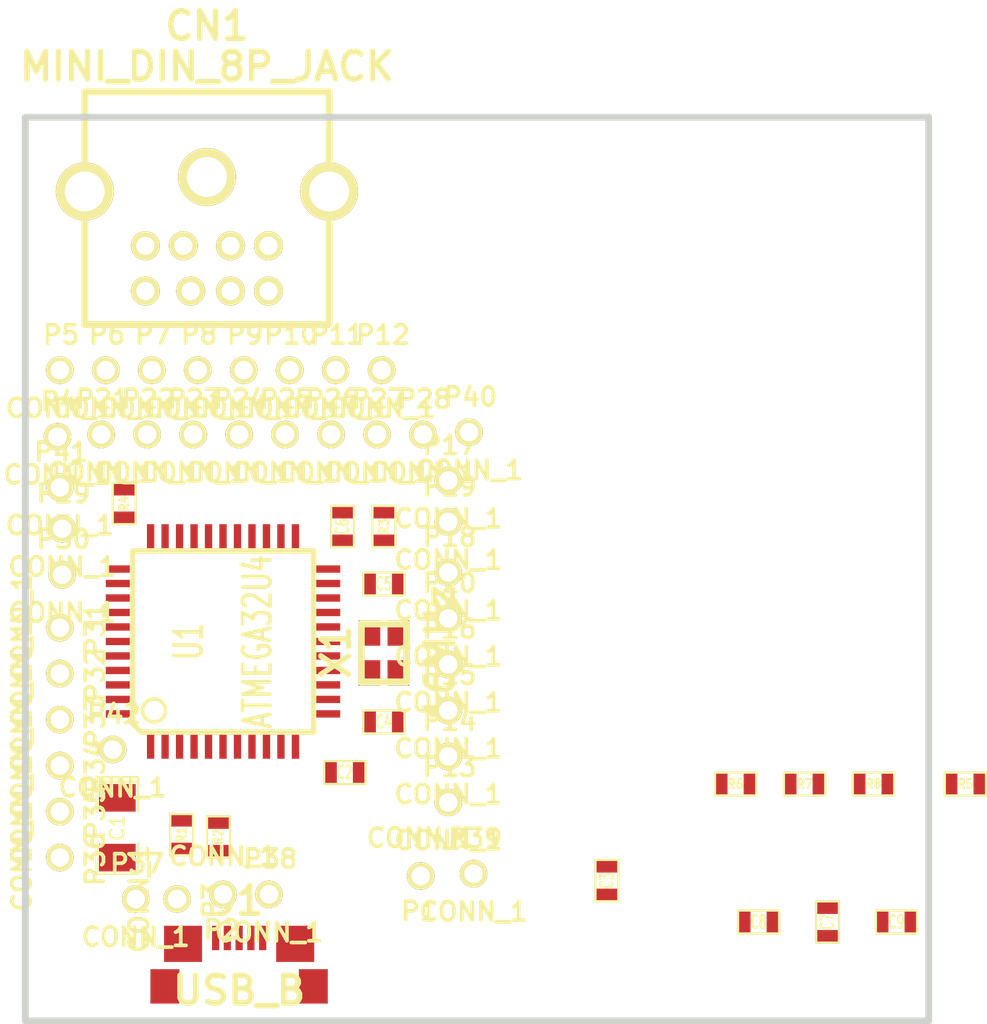
<source format=kicad_pcb>
(kicad_pcb (version 3) (host pcbnew "(2012-nov-02)-testing")

  (general
    (links 89)
    (no_connects 89)
    (area 59.626499 124.269499 109.918501 174.561501)
    (thickness 1.6002)
    (drawings 4)
    (tracks 0)
    (zones 0)
    (modules 63)
    (nets 46)
  )

  (page A4)
  (title_block 
    (title "Keyboard Converter")
    (rev 1)
  )

  (layers
    (15 Front signal)
    (0 Back signal)
    (16 B.Adhes user)
    (17 F.Adhes user)
    (18 B.Paste user)
    (19 F.Paste user)
    (20 B.SilkS user)
    (21 F.SilkS user)
    (22 B.Mask user)
    (23 F.Mask user)
    (24 Dwgs.User user)
    (25 Cmts.User user)
    (26 Eco1.User user)
    (27 Eco2.User user)
    (28 Edge.Cuts user)
  )

  (setup
    (last_trace_width 0.2032)
    (trace_clearance 0.254)
    (zone_clearance 0.508)
    (zone_45_only no)
    (trace_min 0.2032)
    (segment_width 0.381)
    (edge_width 0.381)
    (via_size 0.889)
    (via_drill 0.635)
    (via_min_size 0.889)
    (via_min_drill 0.508)
    (uvia_size 0.508)
    (uvia_drill 0.127)
    (uvias_allowed no)
    (uvia_min_size 0.508)
    (uvia_min_drill 0.127)
    (pcb_text_width 0.3048)
    (pcb_text_size 1.524 2.032)
    (mod_edge_width 0.381)
    (mod_text_size 1.524 1.524)
    (mod_text_width 0.3048)
    (pad_size 1.524 0.4064)
    (pad_drill 0)
    (pad_to_mask_clearance 0.254)
    (aux_axis_origin 0 0)
    (visible_elements FFFF7FFD)
    (pcbplotparams
      (layerselection 3178497)
      (usegerberextensions true)
      (excludeedgelayer true)
      (linewidth 60)
      (plotframeref false)
      (viasonmask false)
      (mode 1)
      (useauxorigin false)
      (hpglpennumber 1)
      (hpglpenspeed 20)
      (hpglpendiameter 15)
      (hpglpenoverlay 0)
      (psnegative false)
      (psa4output false)
      (plotreference true)
      (plotvalue true)
      (plotothertext true)
      (plotinvisibletext false)
      (padsonsilk false)
      (subtractmaskfromsilk false)
      (outputformat 1)
      (mirror false)
      (drillshape 1)
      (scaleselection 1)
      (outputdirectory ""))
  )

  (net 0 "")
  (net 1 +5V)
  (net 2 /AREF)
  (net 3 /D+)
  (net 4 /D-)
  (net 5 /DIN1)
  (net 6 /DIN2)
  (net 7 /DIN3)
  (net 8 /DIN4)
  (net 9 /DIN5)
  (net 10 /DIN6)
  (net 11 /DIN7)
  (net 12 /DIN8)
  (net 13 /PB0)
  (net 14 /PB1)
  (net 15 /PB2)
  (net 16 /PB3)
  (net 17 /PB4)
  (net 18 /PB5)
  (net 19 /PB6)
  (net 20 /PB7)
  (net 21 /PC6)
  (net 22 /PC7)
  (net 23 /PD0)
  (net 24 /PD1)
  (net 25 /PD2)
  (net 26 /PD3)
  (net 27 /PD4)
  (net 28 /PD5)
  (net 29 /PD6)
  (net 30 /PD7)
  (net 31 /PE6)
  (net 32 /PF0)
  (net 33 /PF1)
  (net 34 /PF4)
  (net 35 /PF5)
  (net 36 /PF6)
  (net 37 /PF7)
  (net 38 /~RESET)
  (net 39 GND)
  (net 40 N-0000027)
  (net 41 N-0000028)
  (net 42 N-0000029)
  (net 43 N-0000035)
  (net 44 N-0000039)
  (net 45 N-0000040)

  (net_class Default "This is the default net class."
    (clearance 0.254)
    (trace_width 0.2032)
    (via_dia 0.889)
    (via_drill 0.635)
    (uvia_dia 0.508)
    (uvia_drill 0.127)
    (add_net "")
    (add_net +5V)
    (add_net /AREF)
    (add_net /D+)
    (add_net /D-)
    (add_net /DIN1)
    (add_net /DIN2)
    (add_net /DIN3)
    (add_net /DIN4)
    (add_net /DIN5)
    (add_net /DIN6)
    (add_net /DIN7)
    (add_net /DIN8)
    (add_net /PB0)
    (add_net /PB1)
    (add_net /PB2)
    (add_net /PB3)
    (add_net /PB4)
    (add_net /PB5)
    (add_net /PB6)
    (add_net /PB7)
    (add_net /PC6)
    (add_net /PC7)
    (add_net /PD0)
    (add_net /PD1)
    (add_net /PD2)
    (add_net /PD3)
    (add_net /PD4)
    (add_net /PD5)
    (add_net /PD6)
    (add_net /PD7)
    (add_net /PE6)
    (add_net /PF0)
    (add_net /PF1)
    (add_net /PF4)
    (add_net /PF5)
    (add_net /PF6)
    (add_net /PF7)
    (add_net /~RESET)
    (add_net GND)
    (add_net N-0000027)
    (add_net N-0000028)
    (add_net N-0000029)
    (add_net N-0000035)
    (add_net N-0000039)
    (add_net N-0000040)
  )

  (net_class 25tho ""
    (clearance 0.381)
    (trace_width 0.635)
    (via_dia 0.889)
    (via_drill 0.635)
    (uvia_dia 0.508)
    (uvia_drill 0.127)
  )

  (net_class 50tho ""
    (clearance 0.381)
    (trace_width 1.27)
    (via_dia 0.889)
    (via_drill 0.635)
    (uvia_dia 0.508)
    (uvia_drill 0.127)
  )

  (module SM0603_Capa (layer Front) (tedit 455C3716) (tstamp 4ECB4696)
    (at 77.343 147.066 90)
    (path /4EB8BB4C)
    (attr smd)
    (fp_text reference C6 (at 0 0 90) (layer F.SilkS)
      (effects (font (size 0.7112 0.4572) (thickness 0.1143)))
    )
    (fp_text value 0.1u (at 0 0 90) (layer F.SilkS) hide
      (effects (font (size 0.7112 0.4572) (thickness 0.1143)))
    )
    (fp_line (start -1.143 -0.635) (end 1.143 -0.635) (layer F.SilkS) (width 0.127))
    (fp_line (start 1.143 -0.635) (end 1.143 0.635) (layer F.SilkS) (width 0.127))
    (fp_line (start 1.143 0.635) (end -1.143 0.635) (layer F.SilkS) (width 0.127))
    (fp_line (start -1.143 0.635) (end -1.143 -0.635) (layer F.SilkS) (width 0.127))
    (pad 1 smd rect (at -0.762 0 90) (size 0.635 1.143)
      (layers Front F.Paste F.Mask)
      (net 38 /~RESET)
    )
    (pad 2 smd rect (at 0.762 0 90) (size 0.635 1.143)
      (layers Front F.Paste F.Mask)
      (net 39 GND)
    )
    (model smd\capacitors\C0603.wrl
      (at (xyz 0 0 0.001))
      (scale (xyz 0.5 0.5 0.5))
      (rotate (xyz 0 0 0))
    )
  )

  (module SM0603_Capa (layer Front) (tedit 455C3716) (tstamp 4ECB4698)
    (at 79.629 150.241)
    (path /4EB8BB58)
    (attr smd)
    (fp_text reference C5 (at 0 0) (layer F.SilkS)
      (effects (font (size 0.7112 0.4572) (thickness 0.1143)))
    )
    (fp_text value 22p (at 0 0) (layer F.SilkS) hide
      (effects (font (size 0.7112 0.4572) (thickness 0.1143)))
    )
    (fp_line (start -1.143 -0.635) (end 1.143 -0.635) (layer F.SilkS) (width 0.127))
    (fp_line (start 1.143 -0.635) (end 1.143 0.635) (layer F.SilkS) (width 0.127))
    (fp_line (start 1.143 0.635) (end -1.143 0.635) (layer F.SilkS) (width 0.127))
    (fp_line (start -1.143 0.635) (end -1.143 -0.635) (layer F.SilkS) (width 0.127))
    (pad 1 smd rect (at -0.762 0) (size 0.635 1.143)
      (layers Front F.Paste F.Mask)
      (net 44 N-0000039)
    )
    (pad 2 smd rect (at 0.762 0) (size 0.635 1.143)
      (layers Front F.Paste F.Mask)
      (net 39 GND)
    )
    (model smd\capacitors\C0603.wrl
      (at (xyz 0 0 0.001))
      (scale (xyz 0.5 0.5 0.5))
      (rotate (xyz 0 0 0))
    )
  )

  (module SM0603_Capa (layer Front) (tedit 455C3716) (tstamp 4ECB469A)
    (at 79.629 157.861)
    (path /4EB8BB59)
    (attr smd)
    (fp_text reference C4 (at 0 0) (layer F.SilkS)
      (effects (font (size 0.7112 0.4572) (thickness 0.1143)))
    )
    (fp_text value 22p (at 0 0) (layer F.SilkS) hide
      (effects (font (size 0.7112 0.4572) (thickness 0.1143)))
    )
    (fp_line (start -1.143 -0.635) (end 1.143 -0.635) (layer F.SilkS) (width 0.127))
    (fp_line (start 1.143 -0.635) (end 1.143 0.635) (layer F.SilkS) (width 0.127))
    (fp_line (start 1.143 0.635) (end -1.143 0.635) (layer F.SilkS) (width 0.127))
    (fp_line (start -1.143 0.635) (end -1.143 -0.635) (layer F.SilkS) (width 0.127))
    (pad 1 smd rect (at -0.762 0) (size 0.635 1.143)
      (layers Front F.Paste F.Mask)
      (net 45 N-0000040)
    )
    (pad 2 smd rect (at 0.762 0) (size 0.635 1.143)
      (layers Front F.Paste F.Mask)
      (net 39 GND)
    )
    (model smd\capacitors\C0603.wrl
      (at (xyz 0 0 0.001))
      (scale (xyz 0.5 0.5 0.5))
      (rotate (xyz 0 0 0))
    )
  )

  (module SM0603_Capa (layer Front) (tedit 455C3716) (tstamp 4ECB469C)
    (at 107.95 168.91 180)
    (path /4EB8BB63)
    (attr smd)
    (fp_text reference C9 (at 0 0 180) (layer F.SilkS)
      (effects (font (size 0.7112 0.4572) (thickness 0.1143)))
    )
    (fp_text value 0.1u (at 0 0 180) (layer F.SilkS) hide
      (effects (font (size 0.7112 0.4572) (thickness 0.1143)))
    )
    (fp_line (start -1.143 -0.635) (end 1.143 -0.635) (layer F.SilkS) (width 0.127))
    (fp_line (start 1.143 -0.635) (end 1.143 0.635) (layer F.SilkS) (width 0.127))
    (fp_line (start 1.143 0.635) (end -1.143 0.635) (layer F.SilkS) (width 0.127))
    (fp_line (start -1.143 0.635) (end -1.143 -0.635) (layer F.SilkS) (width 0.127))
    (pad 1 smd rect (at -0.762 0 180) (size 0.635 1.143)
      (layers Front F.Paste F.Mask)
      (net 1 +5V)
    )
    (pad 2 smd rect (at 0.762 0 180) (size 0.635 1.143)
      (layers Front F.Paste F.Mask)
      (net 39 GND)
    )
    (model smd\capacitors\C0603.wrl
      (at (xyz 0 0 0.001))
      (scale (xyz 0.5 0.5 0.5))
      (rotate (xyz 0 0 0))
    )
  )

  (module SM0603_Capa (layer Front) (tedit 455C3716) (tstamp 4ECB469E)
    (at 104.14 168.91 90)
    (path /4EB8BB65)
    (attr smd)
    (fp_text reference C7 (at 0 0 90) (layer F.SilkS)
      (effects (font (size 0.7112 0.4572) (thickness 0.1143)))
    )
    (fp_text value 0.1u (at 0 0 90) (layer F.SilkS) hide
      (effects (font (size 0.7112 0.4572) (thickness 0.1143)))
    )
    (fp_line (start -1.143 -0.635) (end 1.143 -0.635) (layer F.SilkS) (width 0.127))
    (fp_line (start 1.143 -0.635) (end 1.143 0.635) (layer F.SilkS) (width 0.127))
    (fp_line (start 1.143 0.635) (end -1.143 0.635) (layer F.SilkS) (width 0.127))
    (fp_line (start -1.143 0.635) (end -1.143 -0.635) (layer F.SilkS) (width 0.127))
    (pad 1 smd rect (at -0.762 0 90) (size 0.635 1.143)
      (layers Front F.Paste F.Mask)
      (net 1 +5V)
    )
    (pad 2 smd rect (at 0.762 0 90) (size 0.635 1.143)
      (layers Front F.Paste F.Mask)
      (net 39 GND)
    )
    (model smd\capacitors\C0603.wrl
      (at (xyz 0 0 0.001))
      (scale (xyz 0.5 0.5 0.5))
      (rotate (xyz 0 0 0))
    )
  )

  (module SM0603_Capa (layer Front) (tedit 455C3716) (tstamp 4EE0CB86)
    (at 100.33 168.91)
    (path /4EB8BB64)
    (attr smd)
    (fp_text reference C8 (at 0 0) (layer F.SilkS)
      (effects (font (size 0.7112 0.4572) (thickness 0.1143)))
    )
    (fp_text value 0.1u (at 0 0) (layer F.SilkS) hide
      (effects (font (size 0.7112 0.4572) (thickness 0.1143)))
    )
    (fp_line (start -1.143 -0.635) (end 1.143 -0.635) (layer F.SilkS) (width 0.127))
    (fp_line (start 1.143 -0.635) (end 1.143 0.635) (layer F.SilkS) (width 0.127))
    (fp_line (start 1.143 0.635) (end -1.143 0.635) (layer F.SilkS) (width 0.127))
    (fp_line (start -1.143 0.635) (end -1.143 -0.635) (layer F.SilkS) (width 0.127))
    (pad 1 smd rect (at -0.762 0) (size 0.635 1.143)
      (layers Front F.Paste F.Mask)
      (net 1 +5V)
    )
    (pad 2 smd rect (at 0.762 0) (size 0.635 1.143)
      (layers Front F.Paste F.Mask)
      (net 39 GND)
    )
    (model smd\capacitors\C0603.wrl
      (at (xyz 0 0 0.001))
      (scale (xyz 0.5 0.5 0.5))
      (rotate (xyz 0 0 0))
    )
  )

  (module SM0603_Capa (layer Front) (tedit 455C3716) (tstamp 4ECB46A2)
    (at 77.47 160.655 180)
    (path /4EB8BB67)
    (attr smd)
    (fp_text reference C2 (at 0 0 180) (layer F.SilkS)
      (effects (font (size 0.7112 0.4572) (thickness 0.1143)))
    )
    (fp_text value 1u (at 0 0 180) (layer F.SilkS) hide
      (effects (font (size 0.7112 0.4572) (thickness 0.1143)))
    )
    (fp_line (start -1.143 -0.635) (end 1.143 -0.635) (layer F.SilkS) (width 0.127))
    (fp_line (start 1.143 -0.635) (end 1.143 0.635) (layer F.SilkS) (width 0.127))
    (fp_line (start 1.143 0.635) (end -1.143 0.635) (layer F.SilkS) (width 0.127))
    (fp_line (start -1.143 0.635) (end -1.143 -0.635) (layer F.SilkS) (width 0.127))
    (pad 1 smd rect (at -0.762 0 180) (size 0.635 1.143)
      (layers Front F.Paste F.Mask)
      (net 43 N-0000035)
    )
    (pad 2 smd rect (at 0.762 0 180) (size 0.635 1.143)
      (layers Front F.Paste F.Mask)
      (net 39 GND)
    )
    (model smd\capacitors\C0603.wrl
      (at (xyz 0 0 0.001))
      (scale (xyz 0.5 0.5 0.5))
      (rotate (xyz 0 0 0))
    )
  )

  (module SM0603_Capa (layer Front) (tedit 455C3716) (tstamp 4ECB46A4)
    (at 91.948 166.624 90)
    (path /4EB8BB57)
    (attr smd)
    (fp_text reference C3 (at 0 0 90) (layer F.SilkS)
      (effects (font (size 0.7112 0.4572) (thickness 0.1143)))
    )
    (fp_text value 0.1u (at 0 0 90) (layer F.SilkS) hide
      (effects (font (size 0.7112 0.4572) (thickness 0.1143)))
    )
    (fp_line (start -1.143 -0.635) (end 1.143 -0.635) (layer F.SilkS) (width 0.127))
    (fp_line (start 1.143 -0.635) (end 1.143 0.635) (layer F.SilkS) (width 0.127))
    (fp_line (start 1.143 0.635) (end -1.143 0.635) (layer F.SilkS) (width 0.127))
    (fp_line (start -1.143 0.635) (end -1.143 -0.635) (layer F.SilkS) (width 0.127))
    (pad 1 smd rect (at -0.762 0 90) (size 0.635 1.143)
      (layers Front F.Paste F.Mask)
      (net 1 +5V)
    )
    (pad 2 smd rect (at 0.762 0 90) (size 0.635 1.143)
      (layers Front F.Paste F.Mask)
      (net 39 GND)
    )
    (model smd\capacitors\C0603.wrl
      (at (xyz 0 0 0.001))
      (scale (xyz 0.5 0.5 0.5))
      (rotate (xyz 0 0 0))
    )
  )

  (module SM1206POL (layer Front) (tedit 42806E4C) (tstamp 4ECB46B0)
    (at 64.897 163.703 270)
    (path /4EB8BB66)
    (attr smd)
    (fp_text reference C1 (at 0 0 270) (layer F.SilkS)
      (effects (font (size 0.762 0.762) (thickness 0.127)))
    )
    (fp_text value 10u (at 0 0 270) (layer F.SilkS) hide
      (effects (font (size 0.762 0.762) (thickness 0.127)))
    )
    (fp_line (start -2.54 -1.143) (end -2.794 -1.143) (layer F.SilkS) (width 0.127))
    (fp_line (start -2.794 -1.143) (end -2.794 1.143) (layer F.SilkS) (width 0.127))
    (fp_line (start -2.794 1.143) (end -2.54 1.143) (layer F.SilkS) (width 0.127))
    (fp_line (start -2.54 -1.143) (end -2.54 1.143) (layer F.SilkS) (width 0.127))
    (fp_line (start -2.54 1.143) (end -0.889 1.143) (layer F.SilkS) (width 0.127))
    (fp_line (start 0.889 -1.143) (end 2.54 -1.143) (layer F.SilkS) (width 0.127))
    (fp_line (start 2.54 -1.143) (end 2.54 1.143) (layer F.SilkS) (width 0.127))
    (fp_line (start 2.54 1.143) (end 0.889 1.143) (layer F.SilkS) (width 0.127))
    (fp_line (start -0.889 -1.143) (end -2.54 -1.143) (layer F.SilkS) (width 0.127))
    (pad 1 smd rect (at -1.651 0 270) (size 1.524 2.032)
      (layers Front F.Paste F.Mask)
      (net 1 +5V)
    )
    (pad 2 smd rect (at 1.651 0 270) (size 1.524 2.032)
      (layers Front F.Paste F.Mask)
      (net 39 GND)
    )
    (model smd/chip_cms_pol.wrl
      (at (xyz 0 0 0))
      (scale (xyz 0.17 0.16 0.16))
      (rotate (xyz 0 0 0))
    )
  )

  (module TQFP44 (layer Front) (tedit 200000) (tstamp 4EE6246E)
    (at 70.739 153.416 90)
    (path /4EB8BB68)
    (attr smd)
    (fp_text reference U1 (at 0 -1.905 90) (layer F.SilkS)
      (effects (font (size 1.524 1.016) (thickness 0.2032)))
    )
    (fp_text value ATMEGA32U4 (at 0 1.905 90) (layer F.SilkS)
      (effects (font (size 1.524 1.016) (thickness 0.2032)))
    )
    (fp_line (start 5.0038 -5.0038) (end 5.0038 5.0038) (layer F.SilkS) (width 0.3048))
    (fp_line (start 5.0038 5.0038) (end -5.0038 5.0038) (layer F.SilkS) (width 0.3048))
    (fp_line (start -5.0038 -4.5212) (end -5.0038 5.0038) (layer F.SilkS) (width 0.3048))
    (fp_line (start -4.5212 -5.0038) (end 5.0038 -5.0038) (layer F.SilkS) (width 0.3048))
    (fp_line (start -5.0038 -4.5212) (end -4.5212 -5.0038) (layer F.SilkS) (width 0.3048))
    (fp_circle (center -3.81 -3.81) (end -3.81 -3.175) (layer F.SilkS) (width 0.2032))
    (pad 39 smd rect (at 0 -5.715 90) (size 0.4064 1.524)
      (layers Front F.Paste F.Mask)
      (net 34 /PF4)
    )
    (pad 40 smd rect (at -0.8001 -5.715 90) (size 0.4064 1.524)
      (layers Front F.Paste F.Mask)
      (net 33 /PF1)
    )
    (pad 41 smd rect (at -1.6002 -5.715 90) (size 0.4064 1.524)
      (layers Front F.Paste F.Mask)
      (net 32 /PF0)
    )
    (pad 42 smd rect (at -2.4003 -5.715 90) (size 0.4064 1.524)
      (layers Front F.Paste F.Mask)
      (net 2 /AREF)
    )
    (pad 43 smd rect (at -3.2004 -5.715 90) (size 0.4064 1.524)
      (layers Front F.Paste F.Mask)
      (net 39 GND)
    )
    (pad 44 smd rect (at -4.0005 -5.715 90) (size 0.4064 1.524)
      (layers Front F.Paste F.Mask)
      (net 1 +5V)
    )
    (pad 38 smd rect (at 0.8001 -5.715 90) (size 0.4064 1.524)
      (layers Front F.Paste F.Mask)
      (net 35 /PF5)
    )
    (pad 37 smd rect (at 1.6002 -5.715 90) (size 0.4064 1.524)
      (layers Front F.Paste F.Mask)
      (net 36 /PF6)
    )
    (pad 36 smd rect (at 2.4003 -5.715 90) (size 0.4064 1.524)
      (layers Front F.Paste F.Mask)
      (net 37 /PF7)
    )
    (pad 35 smd rect (at 3.2004 -5.715 90) (size 0.4064 1.524)
      (layers Front F.Paste F.Mask)
      (net 39 GND)
    )
    (pad 34 smd rect (at 4.0005 -5.715 90) (size 0.4064 1.524)
      (layers Front F.Paste F.Mask)
      (net 1 +5V)
    )
    (pad 17 smd rect (at 0 5.715 90) (size 0.4064 1.524)
      (layers Front F.Paste F.Mask)
      (net 44 N-0000039)
    )
    (pad 16 smd rect (at -0.8001 5.715 90) (size 0.4064 1.524)
      (layers Front F.Paste F.Mask)
      (net 45 N-0000040)
    )
    (pad 15 smd rect (at -1.6002 5.715 90) (size 0.4064 1.524)
      (layers Front F.Paste F.Mask)
      (net 39 GND)
    )
    (pad 14 smd rect (at -2.4003 5.715 90) (size 0.4064 1.524)
      (layers Front F.Paste F.Mask)
      (net 1 +5V)
    )
    (pad 13 smd rect (at -3.2004 5.715 90) (size 0.4064 1.524)
      (layers Front F.Paste F.Mask)
      (net 38 /~RESET)
    )
    (pad 12 smd rect (at -4.0005 5.715 90) (size 0.4064 1.524)
      (layers Front F.Paste F.Mask)
      (net 20 /PB7)
    )
    (pad 18 smd rect (at 0.8001 5.715 90) (size 0.4064 1.524)
      (layers Front F.Paste F.Mask)
      (net 23 /PD0)
    )
    (pad 19 smd rect (at 1.6002 5.715 90) (size 0.4064 1.524)
      (layers Front F.Paste F.Mask)
      (net 24 /PD1)
    )
    (pad 20 smd rect (at 2.4003 5.715 90) (size 0.4064 1.524)
      (layers Front F.Paste F.Mask)
      (net 25 /PD2)
    )
    (pad 21 smd rect (at 3.2004 5.715 90) (size 0.4064 1.524)
      (layers Front F.Paste F.Mask)
      (net 26 /PD3)
    )
    (pad 22 smd rect (at 4.0005 5.715 90) (size 0.4064 1.524)
      (layers Front F.Paste F.Mask)
      (net 28 /PD5)
    )
    (pad 6 smd rect (at -5.715 0 90) (size 1.524 0.4064)
      (layers Front F.Paste F.Mask)
      (net 43 N-0000035)
    )
    (pad 28 smd rect (at 5.715 0 90) (size 1.524 0.4064)
      (layers Front F.Paste F.Mask)
      (net 17 /PB4)
    )
    (pad 7 smd rect (at -5.715 0.8001 90) (size 1.524 0.4064)
      (layers Front F.Paste F.Mask)
      (net 1 +5V)
    )
    (pad 27 smd rect (at 5.715 0.8001 90) (size 1.524 0.4064)
      (layers Front F.Paste F.Mask)
      (net 30 /PD7)
    )
    (pad 26 smd rect (at 5.715 1.6002 90) (size 1.524 0.4064)
      (layers Front F.Paste F.Mask)
      (net 29 /PD6)
    )
    (pad 8 smd rect (at -5.715 1.6002 90) (size 1.524 0.4064)
      (layers Front F.Paste F.Mask)
      (net 13 /PB0)
    )
    (pad 9 smd rect (at -5.715 2.4003 90) (size 1.524 0.4064)
      (layers Front F.Paste F.Mask)
      (net 14 /PB1)
    )
    (pad 25 smd rect (at 5.715 2.4003 90) (size 1.524 0.4064)
      (layers Front F.Paste F.Mask)
      (net 27 /PD4)
    )
    (pad 24 smd rect (at 5.715 3.2004 90) (size 1.524 0.4064)
      (layers Front F.Paste F.Mask)
      (net 1 +5V)
    )
    (pad 10 smd rect (at -5.715 3.2004 90) (size 1.524 0.4064)
      (layers Front F.Paste F.Mask)
      (net 15 /PB2)
    )
    (pad 11 smd rect (at -5.715 4.0005 90) (size 1.524 0.4064)
      (layers Front F.Paste F.Mask)
      (net 16 /PB3)
    )
    (pad 23 smd rect (at 5.715 4.0005 90) (size 1.524 0.4064)
      (layers Front F.Paste F.Mask)
      (net 39 GND)
    )
    (pad 29 smd rect (at 5.715 -0.8001 90) (size 1.524 0.4064)
      (layers Front F.Paste F.Mask)
      (net 18 /PB5)
    )
    (pad 5 smd rect (at -5.715 -0.8001 90) (size 1.524 0.4064)
      (layers Front F.Paste F.Mask)
      (net 39 GND)
    )
    (pad 4 smd rect (at -5.715 -1.6002 90) (size 1.524 0.4064)
      (layers Front F.Paste F.Mask)
      (net 40 N-0000027)
    )
    (pad 30 smd rect (at 5.715 -1.6002 90) (size 1.524 0.4064)
      (layers Front F.Paste F.Mask)
      (net 19 /PB6)
    )
    (pad 31 smd rect (at 5.715 -2.4003 90) (size 1.524 0.4064)
      (layers Front F.Paste F.Mask)
      (net 21 /PC6)
    )
    (pad 3 smd rect (at -5.715 -2.4003 90) (size 1.524 0.4064)
      (layers Front F.Paste F.Mask)
      (net 41 N-0000028)
    )
    (pad 2 smd rect (at -5.715 -3.2004 90) (size 1.524 0.4064)
      (layers Front F.Paste F.Mask)
      (net 1 +5V)
    )
    (pad 32 smd rect (at 5.715 -3.2004 90) (size 1.524 0.4064)
      (layers Front F.Paste F.Mask)
      (net 22 /PC7)
    )
    (pad 33 smd rect (at 5.715 -4.0005 90) (size 1.524 0.4064)
      (layers Front F.Paste F.Mask)
      (net 42 N-0000029)
    )
    (pad 1 smd rect (at -5.715 -4.0005 90) (size 1.524 0.4064)
      (layers Front F.Paste F.Mask)
      (net 31 /PE6)
    )
  )

  (module FA-238 (layer Front) (tedit 4ED50FC3) (tstamp 4ED2595E)
    (at 79.629 154.051 90)
    (path /4EB8BB56)
    (fp_text reference X1 (at 0.0508 -2.64922 90) (layer F.SilkS)
      (effects (font (size 1.524 1.524) (thickness 0.3048)))
    )
    (fp_text value 16MHz (at 0 3.0988 90) (layer F.SilkS)
      (effects (font (size 1.524 1.524) (thickness 0.3048)))
    )
    (fp_line (start -1.59766 -1.24968) (end 1.60274 -1.24968) (layer F.SilkS) (width 0.381))
    (fp_line (start 1.60274 -1.24968) (end 1.60274 1.25222) (layer F.SilkS) (width 0.381))
    (fp_line (start 1.60274 1.25222) (end -1.59766 1.25222) (layer F.SilkS) (width 0.381))
    (fp_line (start -1.59766 1.25222) (end -1.59766 -1.24968) (layer F.SilkS) (width 0.381))
    (pad 4 smd rect (at -1.09982 -0.8001 90) (size 1.39954 1.19888)
      (layers Front F.Paste F.Mask)
    )
    (pad 2 smd rect (at 1.09982 -0.8001 90) (size 1.39954 1.19888)
      (layers Front F.Paste F.Mask)
      (net 44 N-0000039)
    )
    (pad 1 smd rect (at -1.09982 0.8001 90) (size 1.39954 1.19888)
      (layers Front F.Paste F.Mask)
      (net 45 N-0000040)
    )
    (pad 3 smd rect (at 1.09982 0.8001 90) (size 1.39954 1.19888)
      (layers Front F.Paste F.Mask)
    )
  )

  (module PIN_1 (layer Front) (tedit 4ED70971) (tstamp 4EE0CBF4)
    (at 71.882 138.43)
    (descr "Double rangee de contacts 2 x 8 pins")
    (tags CONN)
    (path /517F6147)
    (fp_text reference P9 (at 0.0762 -1.95072) (layer F.SilkS)
      (effects (font (size 1.016 1.016) (thickness 0.2032)))
    )
    (fp_text value CONN_1 (at 0 2.10058) (layer F.SilkS)
      (effects (font (size 1.016 1.016) (thickness 0.2032)))
    )
    (pad 1 thru_hole circle (at 0 0) (size 1.524 1.524) (drill 1.016)
      (layers *.Cu *.Mask F.SilkS)
      (net 9 /DIN5)
    )
    (model pin_array/pins_array_8x2.wrl
      (at (xyz 0 0 0))
      (scale (xyz 1 1 1))
      (rotate (xyz 0 0 0))
    )
  )

  (module PIN_1 (layer Front) (tedit 4ED70971) (tstamp 4EDD5C9A)
    (at 69.342 138.43)
    (descr "Double rangee de contacts 2 x 8 pins")
    (tags CONN)
    (path /517F6141)
    (fp_text reference P8 (at 0.0762 -1.95072) (layer F.SilkS)
      (effects (font (size 1.016 1.016) (thickness 0.2032)))
    )
    (fp_text value CONN_1 (at 0 2.10058) (layer F.SilkS)
      (effects (font (size 1.016 1.016) (thickness 0.2032)))
    )
    (pad 1 thru_hole circle (at 0 0) (size 1.524 1.524) (drill 1.016)
      (layers *.Cu *.Mask F.SilkS)
      (net 8 /DIN4)
    )
    (model pin_array/pins_array_8x2.wrl
      (at (xyz 0 0 0))
      (scale (xyz 1 1 1))
      (rotate (xyz 0 0 0))
    )
  )

  (module USB_microB (layer Front) (tedit 4ED72797) (tstamp 4EDD5DE6)
    (at 71.628 172.466)
    (descr "USB miniB hirose UX60A_MB_5ST")
    (tags "USB miniB hirose")
    (path /4ECD2184)
    (fp_text reference J1 (at 0 -4.7244) (layer F.SilkS)
      (effects (font (size 1.524 1.524) (thickness 0.3048)))
    )
    (fp_text value USB_B (at 0 0.22606) (layer F.SilkS)
      (effects (font (size 1.524 1.524) (thickness 0.3048)))
    )
    (pad 1 smd rect (at -1.29794 -2.67462) (size 0.39878 1.34874)
      (layers Front F.Paste F.Mask)
      (net 1 +5V)
    )
    (pad 6 smd rect (at -3.0988 -2.3495) (size 2.10058 1.99898)
      (layers Front F.Paste F.Mask)
    )
    (pad 7 smd rect (at 3.0988 -2.3495) (size 2.10058 1.99898)
      (layers Front F.Paste F.Mask)
    )
    (pad 8 smd rect (at -4.09956 0) (size 1.6002 1.89992)
      (layers Front F.Paste F.Mask)
    )
    (pad 9 smd rect (at 4.09956 0) (size 1.6002 1.89992)
      (layers Front F.Paste F.Mask)
    )
    (pad 2 smd rect (at -0.65024 -2.67462) (size 0.39878 1.34874)
      (layers Front F.Paste F.Mask)
      (net 4 /D-)
    )
    (pad 3 smd rect (at 0 -2.67462) (size 0.39878 1.34874)
      (layers Front F.Paste F.Mask)
      (net 3 /D+)
    )
    (pad 4 smd rect (at 0.65024 -2.67462) (size 0.39878 1.34874)
      (layers Front F.Paste F.Mask)
    )
    (pad 5 smd rect (at 1.30048 -2.67462) (size 0.39878 1.34874)
      (layers Front F.Paste F.Mask)
      (net 39 GND)
    )
  )

  (module PIN_1 (layer Front) (tedit 4ED70971) (tstamp 4EE625DA)
    (at 66.802 138.43)
    (descr "Double rangee de contacts 2 x 8 pins")
    (tags CONN)
    (path /517F613B)
    (fp_text reference P7 (at 0.0762 -1.95072) (layer F.SilkS)
      (effects (font (size 1.016 1.016) (thickness 0.2032)))
    )
    (fp_text value CONN_1 (at 0 2.10058) (layer F.SilkS)
      (effects (font (size 1.016 1.016) (thickness 0.2032)))
    )
    (pad 1 thru_hole circle (at 0 0) (size 1.524 1.524) (drill 1.016)
      (layers *.Cu *.Mask F.SilkS)
      (net 7 /DIN3)
    )
    (model pin_array/pins_array_8x2.wrl
      (at (xyz 0 0 0))
      (scale (xyz 1 1 1))
      (rotate (xyz 0 0 0))
    )
  )

  (module PIN_1 (layer Front) (tedit 4ED70971) (tstamp 4EE625DC)
    (at 64.262 138.43)
    (descr "Double rangee de contacts 2 x 8 pins")
    (tags CONN)
    (path /517F612E)
    (fp_text reference P6 (at 0.0762 -1.95072) (layer F.SilkS)
      (effects (font (size 1.016 1.016) (thickness 0.2032)))
    )
    (fp_text value CONN_1 (at 0 2.10058) (layer F.SilkS)
      (effects (font (size 1.016 1.016) (thickness 0.2032)))
    )
    (pad 1 thru_hole circle (at 0 0) (size 1.524 1.524) (drill 1.016)
      (layers *.Cu *.Mask F.SilkS)
      (net 6 /DIN2)
    )
    (model pin_array/pins_array_8x2.wrl
      (at (xyz 0 0 0))
      (scale (xyz 1 1 1))
      (rotate (xyz 0 0 0))
    )
  )

  (module PIN_1 (layer Front) (tedit 4ED70971) (tstamp 4EE625DE)
    (at 61.722 138.43)
    (descr "Double rangee de contacts 2 x 8 pins")
    (tags CONN)
    (path /517F6118)
    (fp_text reference P5 (at 0.0762 -1.95072) (layer F.SilkS)
      (effects (font (size 1.016 1.016) (thickness 0.2032)))
    )
    (fp_text value CONN_1 (at 0 2.10058) (layer F.SilkS)
      (effects (font (size 1.016 1.016) (thickness 0.2032)))
    )
    (pad 1 thru_hole circle (at 0 0) (size 1.524 1.524) (drill 1.016)
      (layers *.Cu *.Mask F.SilkS)
      (net 5 /DIN1)
    )
    (model pin_array/pins_array_8x2.wrl
      (at (xyz 0 0 0))
      (scale (xyz 1 1 1))
      (rotate (xyz 0 0 0))
    )
  )

  (module SM0603 (layer Front) (tedit 4E43A3D1) (tstamp 51812B98)
    (at 111.76 161.29)
    (path /517F6E00)
    (attr smd)
    (fp_text reference R5 (at 0 0) (layer F.SilkS)
      (effects (font (size 0.508 0.4572) (thickness 0.1143)))
    )
    (fp_text value 1K (at 0 0) (layer F.SilkS) hide
      (effects (font (size 0.508 0.4572) (thickness 0.1143)))
    )
    (fp_line (start -1.143 -0.635) (end 1.143 -0.635) (layer F.SilkS) (width 0.127))
    (fp_line (start 1.143 -0.635) (end 1.143 0.635) (layer F.SilkS) (width 0.127))
    (fp_line (start 1.143 0.635) (end -1.143 0.635) (layer F.SilkS) (width 0.127))
    (fp_line (start -1.143 0.635) (end -1.143 -0.635) (layer F.SilkS) (width 0.127))
    (pad 1 smd rect (at -0.762 0) (size 0.635 1.143)
      (layers Front F.Paste F.Mask)
      (net 1 +5V)
    )
    (pad 2 smd rect (at 0.762 0) (size 0.635 1.143)
      (layers Front F.Paste F.Mask)
      (net 23 /PD0)
    )
    (model smd\resistors\R0603.wrl
      (at (xyz 0 0 0.001))
      (scale (xyz 0.5 0.5 0.5))
      (rotate (xyz 0 0 0))
    )
  )

  (module SM0603 (layer Front) (tedit 4E43A3D1) (tstamp 51812BA2)
    (at 106.68 161.29)
    (path /517F6DFA)
    (attr smd)
    (fp_text reference R8 (at 0 0) (layer F.SilkS)
      (effects (font (size 0.508 0.4572) (thickness 0.1143)))
    )
    (fp_text value 1K (at 0 0) (layer F.SilkS) hide
      (effects (font (size 0.508 0.4572) (thickness 0.1143)))
    )
    (fp_line (start -1.143 -0.635) (end 1.143 -0.635) (layer F.SilkS) (width 0.127))
    (fp_line (start 1.143 -0.635) (end 1.143 0.635) (layer F.SilkS) (width 0.127))
    (fp_line (start 1.143 0.635) (end -1.143 0.635) (layer F.SilkS) (width 0.127))
    (fp_line (start -1.143 0.635) (end -1.143 -0.635) (layer F.SilkS) (width 0.127))
    (pad 1 smd rect (at -0.762 0) (size 0.635 1.143)
      (layers Front F.Paste F.Mask)
      (net 1 +5V)
    )
    (pad 2 smd rect (at 0.762 0) (size 0.635 1.143)
      (layers Front F.Paste F.Mask)
      (net 26 /PD3)
    )
    (model smd\resistors\R0603.wrl
      (at (xyz 0 0 0.001))
      (scale (xyz 0.5 0.5 0.5))
      (rotate (xyz 0 0 0))
    )
  )

  (module SM0603 (layer Front) (tedit 4E43A3D1) (tstamp 51812BAC)
    (at 102.87 161.29)
    (path /517F6DF4)
    (attr smd)
    (fp_text reference R7 (at 0 0) (layer F.SilkS)
      (effects (font (size 0.508 0.4572) (thickness 0.1143)))
    )
    (fp_text value 1K (at 0 0) (layer F.SilkS) hide
      (effects (font (size 0.508 0.4572) (thickness 0.1143)))
    )
    (fp_line (start -1.143 -0.635) (end 1.143 -0.635) (layer F.SilkS) (width 0.127))
    (fp_line (start 1.143 -0.635) (end 1.143 0.635) (layer F.SilkS) (width 0.127))
    (fp_line (start 1.143 0.635) (end -1.143 0.635) (layer F.SilkS) (width 0.127))
    (fp_line (start -1.143 0.635) (end -1.143 -0.635) (layer F.SilkS) (width 0.127))
    (pad 1 smd rect (at -0.762 0) (size 0.635 1.143)
      (layers Front F.Paste F.Mask)
      (net 1 +5V)
    )
    (pad 2 smd rect (at 0.762 0) (size 0.635 1.143)
      (layers Front F.Paste F.Mask)
      (net 25 /PD2)
    )
    (model smd\resistors\R0603.wrl
      (at (xyz 0 0 0.001))
      (scale (xyz 0.5 0.5 0.5))
      (rotate (xyz 0 0 0))
    )
  )

  (module SM0603 (layer Front) (tedit 4E43A3D1) (tstamp 51812BB6)
    (at 99.06 161.29)
    (path /517F6DE2)
    (attr smd)
    (fp_text reference R6 (at 0 0) (layer F.SilkS)
      (effects (font (size 0.508 0.4572) (thickness 0.1143)))
    )
    (fp_text value 1K (at 0 0) (layer F.SilkS) hide
      (effects (font (size 0.508 0.4572) (thickness 0.1143)))
    )
    (fp_line (start -1.143 -0.635) (end 1.143 -0.635) (layer F.SilkS) (width 0.127))
    (fp_line (start 1.143 -0.635) (end 1.143 0.635) (layer F.SilkS) (width 0.127))
    (fp_line (start 1.143 0.635) (end -1.143 0.635) (layer F.SilkS) (width 0.127))
    (fp_line (start -1.143 0.635) (end -1.143 -0.635) (layer F.SilkS) (width 0.127))
    (pad 1 smd rect (at -0.762 0) (size 0.635 1.143)
      (layers Front F.Paste F.Mask)
      (net 1 +5V)
    )
    (pad 2 smd rect (at 0.762 0) (size 0.635 1.143)
      (layers Front F.Paste F.Mask)
      (net 24 /PD1)
    )
    (model smd\resistors\R0603.wrl
      (at (xyz 0 0 0.001))
      (scale (xyz 0.5 0.5 0.5))
      (rotate (xyz 0 0 0))
    )
  )

  (module PIN_1 (layer Front) (tedit 4ED70971) (tstamp 51812BBB)
    (at 61.722 155.194 270)
    (descr "Double rangee de contacts 2 x 8 pins")
    (tags CONN)
    (path /517F6230)
    (fp_text reference P32 (at 0.0762 -1.95072 270) (layer F.SilkS)
      (effects (font (size 1.016 1.016) (thickness 0.2032)))
    )
    (fp_text value CONN_1 (at 0 2.10058 270) (layer F.SilkS)
      (effects (font (size 1.016 1.016) (thickness 0.2032)))
    )
    (pad 1 thru_hole circle (at 0 0 270) (size 1.524 1.524) (drill 1.016)
      (layers *.Cu *.Mask F.SilkS)
      (net 36 /PF6)
    )
    (model pin_array/pins_array_8x2.wrl
      (at (xyz 0 0 0))
      (scale (xyz 1 1 1))
      (rotate (xyz 0 0 0))
    )
  )

  (module PIN_1 (layer Front) (tedit 4ED70971) (tstamp 51812BC0)
    (at 69.088 141.986)
    (descr "Double rangee de contacts 2 x 8 pins")
    (tags CONN)
    (path /517F61E8)
    (fp_text reference P23 (at 0.0762 -1.95072) (layer F.SilkS)
      (effects (font (size 1.016 1.016) (thickness 0.2032)))
    )
    (fp_text value CONN_1 (at 0 2.10058) (layer F.SilkS)
      (effects (font (size 1.016 1.016) (thickness 0.2032)))
    )
    (pad 1 thru_hole circle (at 0 0) (size 1.524 1.524) (drill 1.016)
      (layers *.Cu *.Mask F.SilkS)
      (net 25 /PD2)
    )
    (model pin_array/pins_array_8x2.wrl
      (at (xyz 0 0 0))
      (scale (xyz 1 1 1))
      (rotate (xyz 0 0 0))
    )
  )

  (module PIN_1 (layer Front) (tedit 4ED70971) (tstamp 51812BC5)
    (at 71.628 141.986)
    (descr "Double rangee de contacts 2 x 8 pins")
    (tags CONN)
    (path /517F61F0)
    (fp_text reference P24 (at 0.0762 -1.95072) (layer F.SilkS)
      (effects (font (size 1.016 1.016) (thickness 0.2032)))
    )
    (fp_text value CONN_1 (at 0 2.10058) (layer F.SilkS)
      (effects (font (size 1.016 1.016) (thickness 0.2032)))
    )
    (pad 1 thru_hole circle (at 0 0) (size 1.524 1.524) (drill 1.016)
      (layers *.Cu *.Mask F.SilkS)
      (net 26 /PD3)
    )
    (model pin_array/pins_array_8x2.wrl
      (at (xyz 0 0 0))
      (scale (xyz 1 1 1))
      (rotate (xyz 0 0 0))
    )
  )

  (module PIN_1 (layer Front) (tedit 4ED70971) (tstamp 51812BCA)
    (at 74.168 141.986)
    (descr "Double rangee de contacts 2 x 8 pins")
    (tags CONN)
    (path /517F61FF)
    (fp_text reference P25 (at 0.0762 -1.95072) (layer F.SilkS)
      (effects (font (size 1.016 1.016) (thickness 0.2032)))
    )
    (fp_text value CONN_1 (at 0 2.10058) (layer F.SilkS)
      (effects (font (size 1.016 1.016) (thickness 0.2032)))
    )
    (pad 1 thru_hole circle (at 0 0) (size 1.524 1.524) (drill 1.016)
      (layers *.Cu *.Mask F.SilkS)
      (net 27 /PD4)
    )
    (model pin_array/pins_array_8x2.wrl
      (at (xyz 0 0 0))
      (scale (xyz 1 1 1))
      (rotate (xyz 0 0 0))
    )
  )

  (module PIN_1 (layer Front) (tedit 4ED70971) (tstamp 51812BCF)
    (at 76.708 141.986)
    (descr "Double rangee de contacts 2 x 8 pins")
    (tags CONN)
    (path /517F620C)
    (fp_text reference P26 (at 0.0762 -1.95072) (layer F.SilkS)
      (effects (font (size 1.016 1.016) (thickness 0.2032)))
    )
    (fp_text value CONN_1 (at 0 2.10058) (layer F.SilkS)
      (effects (font (size 1.016 1.016) (thickness 0.2032)))
    )
    (pad 1 thru_hole circle (at 0 0) (size 1.524 1.524) (drill 1.016)
      (layers *.Cu *.Mask F.SilkS)
      (net 28 /PD5)
    )
    (model pin_array/pins_array_8x2.wrl
      (at (xyz 0 0 0))
      (scale (xyz 1 1 1))
      (rotate (xyz 0 0 0))
    )
  )

  (module PIN_1 (layer Front) (tedit 4ED70971) (tstamp 51812BD4)
    (at 79.248 141.986)
    (descr "Double rangee de contacts 2 x 8 pins")
    (tags CONN)
    (path /517F6212)
    (fp_text reference P27 (at 0.0762 -1.95072) (layer F.SilkS)
      (effects (font (size 1.016 1.016) (thickness 0.2032)))
    )
    (fp_text value CONN_1 (at 0 2.10058) (layer F.SilkS)
      (effects (font (size 1.016 1.016) (thickness 0.2032)))
    )
    (pad 1 thru_hole circle (at 0 0) (size 1.524 1.524) (drill 1.016)
      (layers *.Cu *.Mask F.SilkS)
      (net 29 /PD6)
    )
    (model pin_array/pins_array_8x2.wrl
      (at (xyz 0 0 0))
      (scale (xyz 1 1 1))
      (rotate (xyz 0 0 0))
    )
  )

  (module PIN_1 (layer Front) (tedit 4ED70971) (tstamp 51812BD9)
    (at 81.788 141.986)
    (descr "Double rangee de contacts 2 x 8 pins")
    (tags CONN)
    (path /517F6218)
    (fp_text reference P28 (at 0.0762 -1.95072) (layer F.SilkS)
      (effects (font (size 1.016 1.016) (thickness 0.2032)))
    )
    (fp_text value CONN_1 (at 0 2.10058) (layer F.SilkS)
      (effects (font (size 1.016 1.016) (thickness 0.2032)))
    )
    (pad 1 thru_hole circle (at 0 0) (size 1.524 1.524) (drill 1.016)
      (layers *.Cu *.Mask F.SilkS)
      (net 30 /PD7)
    )
    (model pin_array/pins_array_8x2.wrl
      (at (xyz 0 0 0))
      (scale (xyz 1 1 1))
      (rotate (xyz 0 0 0))
    )
  )

  (module PIN_1 (layer Front) (tedit 4ED70971) (tstamp 51812BDE)
    (at 61.849 147.193)
    (descr "Double rangee de contacts 2 x 8 pins")
    (tags CONN)
    (path /517F621E)
    (fp_text reference P29 (at 0.0762 -1.95072) (layer F.SilkS)
      (effects (font (size 1.016 1.016) (thickness 0.2032)))
    )
    (fp_text value CONN_1 (at 0 2.10058) (layer F.SilkS)
      (effects (font (size 1.016 1.016) (thickness 0.2032)))
    )
    (pad 1 thru_hole circle (at 0 0) (size 1.524 1.524) (drill 1.016)
      (layers *.Cu *.Mask F.SilkS)
      (net 21 /PC6)
    )
    (model pin_array/pins_array_8x2.wrl
      (at (xyz 0 0 0))
      (scale (xyz 1 1 1))
      (rotate (xyz 0 0 0))
    )
  )

  (module PIN_1 (layer Front) (tedit 4ED70971) (tstamp 51812BE3)
    (at 61.849 149.733)
    (descr "Double rangee de contacts 2 x 8 pins")
    (tags CONN)
    (path /517F6224)
    (fp_text reference P30 (at 0.0762 -1.95072) (layer F.SilkS)
      (effects (font (size 1.016 1.016) (thickness 0.2032)))
    )
    (fp_text value CONN_1 (at 0 2.10058) (layer F.SilkS)
      (effects (font (size 1.016 1.016) (thickness 0.2032)))
    )
    (pad 1 thru_hole circle (at 0 0) (size 1.524 1.524) (drill 1.016)
      (layers *.Cu *.Mask F.SilkS)
      (net 22 /PC7)
    )
    (model pin_array/pins_array_8x2.wrl
      (at (xyz 0 0 0))
      (scale (xyz 1 1 1))
      (rotate (xyz 0 0 0))
    )
  )

  (module PIN_1 (layer Front) (tedit 4ED70971) (tstamp 51812BE8)
    (at 61.722 152.654 270)
    (descr "Double rangee de contacts 2 x 8 pins")
    (tags CONN)
    (path /517F622A)
    (fp_text reference P31 (at 0.0762 -1.95072 270) (layer F.SilkS)
      (effects (font (size 1.016 1.016) (thickness 0.2032)))
    )
    (fp_text value CONN_1 (at 0 2.10058 270) (layer F.SilkS)
      (effects (font (size 1.016 1.016) (thickness 0.2032)))
    )
    (pad 1 thru_hole circle (at 0 0 270) (size 1.524 1.524) (drill 1.016)
      (layers *.Cu *.Mask F.SilkS)
      (net 37 /PF7)
    )
    (model pin_array/pins_array_8x2.wrl
      (at (xyz 0 0 0))
      (scale (xyz 1 1 1))
      (rotate (xyz 0 0 0))
    )
  )

  (module PIN_1 (layer Front) (tedit 4ED70971) (tstamp 51812BED)
    (at 66.548 141.986)
    (descr "Double rangee de contacts 2 x 8 pins")
    (tags CONN)
    (path /517F61E2)
    (fp_text reference P22 (at 0.0762 -1.95072) (layer F.SilkS)
      (effects (font (size 1.016 1.016) (thickness 0.2032)))
    )
    (fp_text value CONN_1 (at 0 2.10058) (layer F.SilkS)
      (effects (font (size 1.016 1.016) (thickness 0.2032)))
    )
    (pad 1 thru_hole circle (at 0 0) (size 1.524 1.524) (drill 1.016)
      (layers *.Cu *.Mask F.SilkS)
      (net 24 /PD1)
    )
    (model pin_array/pins_array_8x2.wrl
      (at (xyz 0 0 0))
      (scale (xyz 1 1 1))
      (rotate (xyz 0 0 0))
    )
  )

  (module PIN_1 (layer Front) (tedit 4ED70971) (tstamp 51812BF2)
    (at 61.722 157.734 270)
    (descr "Double rangee de contacts 2 x 8 pins")
    (tags CONN)
    (path /517F6236)
    (fp_text reference P33 (at 0.0762 -1.95072 270) (layer F.SilkS)
      (effects (font (size 1.016 1.016) (thickness 0.2032)))
    )
    (fp_text value CONN_1 (at 0 2.10058 270) (layer F.SilkS)
      (effects (font (size 1.016 1.016) (thickness 0.2032)))
    )
    (pad 1 thru_hole circle (at 0 0 270) (size 1.524 1.524) (drill 1.016)
      (layers *.Cu *.Mask F.SilkS)
      (net 35 /PF5)
    )
    (model pin_array/pins_array_8x2.wrl
      (at (xyz 0 0 0))
      (scale (xyz 1 1 1))
      (rotate (xyz 0 0 0))
    )
  )

  (module PIN_1 (layer Front) (tedit 4ED70971) (tstamp 51812BF7)
    (at 61.722 160.274 270)
    (descr "Double rangee de contacts 2 x 8 pins")
    (tags CONN)
    (path /517F623E)
    (fp_text reference P34 (at 0.0762 -1.95072 270) (layer F.SilkS)
      (effects (font (size 1.016 1.016) (thickness 0.2032)))
    )
    (fp_text value CONN_1 (at 0 2.10058 270) (layer F.SilkS)
      (effects (font (size 1.016 1.016) (thickness 0.2032)))
    )
    (pad 1 thru_hole circle (at 0 0 270) (size 1.524 1.524) (drill 1.016)
      (layers *.Cu *.Mask F.SilkS)
      (net 34 /PF4)
    )
    (model pin_array/pins_array_8x2.wrl
      (at (xyz 0 0 0))
      (scale (xyz 1 1 1))
      (rotate (xyz 0 0 0))
    )
  )

  (module PIN_1 (layer Front) (tedit 4ED70971) (tstamp 51812BFC)
    (at 61.722 162.814 270)
    (descr "Double rangee de contacts 2 x 8 pins")
    (tags CONN)
    (path /517F624B)
    (fp_text reference P35 (at 0.0762 -1.95072 270) (layer F.SilkS)
      (effects (font (size 1.016 1.016) (thickness 0.2032)))
    )
    (fp_text value CONN_1 (at 0 2.10058 270) (layer F.SilkS)
      (effects (font (size 1.016 1.016) (thickness 0.2032)))
    )
    (pad 1 thru_hole circle (at 0 0 270) (size 1.524 1.524) (drill 1.016)
      (layers *.Cu *.Mask F.SilkS)
      (net 33 /PF1)
    )
    (model pin_array/pins_array_8x2.wrl
      (at (xyz 0 0 0))
      (scale (xyz 1 1 1))
      (rotate (xyz 0 0 0))
    )
  )

  (module PIN_1 (layer Front) (tedit 4ED70971) (tstamp 51812C01)
    (at 61.722 165.354 270)
    (descr "Double rangee de contacts 2 x 8 pins")
    (tags CONN)
    (path /517F6251)
    (fp_text reference P36 (at 0.0762 -1.95072 270) (layer F.SilkS)
      (effects (font (size 1.016 1.016) (thickness 0.2032)))
    )
    (fp_text value CONN_1 (at 0 2.10058 270) (layer F.SilkS)
      (effects (font (size 1.016 1.016) (thickness 0.2032)))
    )
    (pad 1 thru_hole circle (at 0 0 270) (size 1.524 1.524) (drill 1.016)
      (layers *.Cu *.Mask F.SilkS)
      (net 32 /PF0)
    )
    (model pin_array/pins_array_8x2.wrl
      (at (xyz 0 0 0))
      (scale (xyz 1 1 1))
      (rotate (xyz 0 0 0))
    )
  )

  (module PIN_1 (layer Front) (tedit 4ED70971) (tstamp 51812C06)
    (at 83.185 162.306)
    (descr "Double rangee de contacts 2 x 8 pins")
    (tags CONN)
    (path /517F6184)
    (fp_text reference P13 (at 0.0762 -1.95072) (layer F.SilkS)
      (effects (font (size 1.016 1.016) (thickness 0.2032)))
    )
    (fp_text value CONN_1 (at 0 2.10058) (layer F.SilkS)
      (effects (font (size 1.016 1.016) (thickness 0.2032)))
    )
    (pad 1 thru_hole circle (at 0 0) (size 1.524 1.524) (drill 1.016)
      (layers *.Cu *.Mask F.SilkS)
      (net 13 /PB0)
    )
    (model pin_array/pins_array_8x2.wrl
      (at (xyz 0 0 0))
      (scale (xyz 1 1 1))
      (rotate (xyz 0 0 0))
    )
  )

  (module PIN_1 (layer Front) (tedit 4ED70971) (tstamp 51812C0B)
    (at 73.279 167.386)
    (descr "Double rangee de contacts 2 x 8 pins")
    (tags CONN)
    (path /4ED6DC3E)
    (fp_text reference P38 (at 0.0762 -1.95072) (layer F.SilkS)
      (effects (font (size 1.016 1.016) (thickness 0.2032)))
    )
    (fp_text value CONN_1 (at 0 2.10058) (layer F.SilkS)
      (effects (font (size 1.016 1.016) (thickness 0.2032)))
    )
    (pad 1 thru_hole circle (at 0 0) (size 1.524 1.524) (drill 1.016)
      (layers *.Cu *.Mask F.SilkS)
      (net 39 GND)
    )
    (model pin_array/pins_array_8x2.wrl
      (at (xyz 0 0 0))
      (scale (xyz 1 1 1))
      (rotate (xyz 0 0 0))
    )
  )

  (module PIN_1 (layer Front) (tedit 4ED70971) (tstamp 51812C10)
    (at 65.913 167.64)
    (descr "Double rangee de contacts 2 x 8 pins")
    (tags CONN)
    (path /4ED6DC35)
    (fp_text reference P37 (at 0.0762 -1.95072) (layer F.SilkS)
      (effects (font (size 1.016 1.016) (thickness 0.2032)))
    )
    (fp_text value CONN_1 (at 0 2.10058) (layer F.SilkS)
      (effects (font (size 1.016 1.016) (thickness 0.2032)))
    )
    (pad 1 thru_hole circle (at 0 0) (size 1.524 1.524) (drill 1.016)
      (layers *.Cu *.Mask F.SilkS)
      (net 1 +5V)
    )
    (model pin_array/pins_array_8x2.wrl
      (at (xyz 0 0 0))
      (scale (xyz 1 1 1))
      (rotate (xyz 0 0 0))
    )
  )

  (module PIN_1 (layer Front) (tedit 4ED70971) (tstamp 51812C15)
    (at 84.328 141.859)
    (descr "Double rangee de contacts 2 x 8 pins")
    (tags CONN)
    (path /4ED6DC4B)
    (fp_text reference P40 (at 0.0762 -1.95072) (layer F.SilkS)
      (effects (font (size 1.016 1.016) (thickness 0.2032)))
    )
    (fp_text value CONN_1 (at 0 2.10058) (layer F.SilkS)
      (effects (font (size 1.016 1.016) (thickness 0.2032)))
    )
    (pad 1 thru_hole circle (at 0 0) (size 1.524 1.524) (drill 1.016)
      (layers *.Cu *.Mask F.SilkS)
      (net 39 GND)
    )
    (model pin_array/pins_array_8x2.wrl
      (at (xyz 0 0 0))
      (scale (xyz 1 1 1))
      (rotate (xyz 0 0 0))
    )
  )

  (module PIN_1 (layer Front) (tedit 4ED70971) (tstamp 51812C1A)
    (at 64.643 159.385)
    (descr "Double rangee de contacts 2 x 8 pins")
    (tags CONN)
    (path /4ED6E8F0)
    (fp_text reference P42 (at 0.0762 -1.95072) (layer F.SilkS)
      (effects (font (size 1.016 1.016) (thickness 0.2032)))
    )
    (fp_text value CONN_1 (at 0 2.10058) (layer F.SilkS)
      (effects (font (size 1.016 1.016) (thickness 0.2032)))
    )
    (pad 1 thru_hole circle (at 0 0) (size 1.524 1.524) (drill 1.016)
      (layers *.Cu *.Mask F.SilkS)
      (net 2 /AREF)
    )
    (model pin_array/pins_array_8x2.wrl
      (at (xyz 0 0 0))
      (scale (xyz 1 1 1))
      (rotate (xyz 0 0 0))
    )
  )

  (module PIN_1 (layer Front) (tedit 4ED70971) (tstamp 51812C1F)
    (at 61.722 144.907)
    (descr "Double rangee de contacts 2 x 8 pins")
    (tags CONN)
    (path /4ED6E8EC)
    (fp_text reference P41 (at 0.0762 -1.95072) (layer F.SilkS)
      (effects (font (size 1.016 1.016) (thickness 0.2032)))
    )
    (fp_text value CONN_1 (at 0 2.10058) (layer F.SilkS)
      (effects (font (size 1.016 1.016) (thickness 0.2032)))
    )
    (pad 1 thru_hole circle (at 0 0) (size 1.524 1.524) (drill 1.016)
      (layers *.Cu *.Mask F.SilkS)
      (net 31 /PE6)
    )
    (model pin_array/pins_array_8x2.wrl
      (at (xyz 0 0 0))
      (scale (xyz 1 1 1))
      (rotate (xyz 0 0 0))
    )
  )

  (module PIN_1 (layer Front) (tedit 4ED70971) (tstamp 51812C24)
    (at 76.962 138.43)
    (descr "Double rangee de contacts 2 x 8 pins")
    (tags CONN)
    (path /517F6153)
    (fp_text reference P11 (at 0.0762 -1.95072) (layer F.SilkS)
      (effects (font (size 1.016 1.016) (thickness 0.2032)))
    )
    (fp_text value CONN_1 (at 0 2.10058) (layer F.SilkS)
      (effects (font (size 1.016 1.016) (thickness 0.2032)))
    )
    (pad 1 thru_hole circle (at 0 0) (size 1.524 1.524) (drill 1.016)
      (layers *.Cu *.Mask F.SilkS)
      (net 11 /DIN7)
    )
    (model pin_array/pins_array_8x2.wrl
      (at (xyz 0 0 0))
      (scale (xyz 1 1 1))
      (rotate (xyz 0 0 0))
    )
  )

  (module PIN_1 (layer Front) (tedit 4ED70971) (tstamp 51812C29)
    (at 79.502 138.43)
    (descr "Double rangee de contacts 2 x 8 pins")
    (tags CONN)
    (path /517F6159)
    (fp_text reference P12 (at 0.0762 -1.95072) (layer F.SilkS)
      (effects (font (size 1.016 1.016) (thickness 0.2032)))
    )
    (fp_text value CONN_1 (at 0 2.10058) (layer F.SilkS)
      (effects (font (size 1.016 1.016) (thickness 0.2032)))
    )
    (pad 1 thru_hole circle (at 0 0) (size 1.524 1.524) (drill 1.016)
      (layers *.Cu *.Mask F.SilkS)
      (net 12 /DIN8)
    )
    (model pin_array/pins_array_8x2.wrl
      (at (xyz 0 0 0))
      (scale (xyz 1 1 1))
      (rotate (xyz 0 0 0))
    )
  )

  (module PIN_1 (layer Front) (tedit 4ED70971) (tstamp 51812C2E)
    (at 84.582 166.243)
    (descr "Double rangee de contacts 2 x 8 pins")
    (tags CONN)
    (path /4ED6DC48)
    (fp_text reference P39 (at 0.0762 -1.95072) (layer F.SilkS)
      (effects (font (size 1.016 1.016) (thickness 0.2032)))
    )
    (fp_text value CONN_1 (at 0 2.10058) (layer F.SilkS)
      (effects (font (size 1.016 1.016) (thickness 0.2032)))
    )
    (pad 1 thru_hole circle (at 0 0) (size 1.524 1.524) (drill 1.016)
      (layers *.Cu *.Mask F.SilkS)
      (net 38 /~RESET)
    )
    (model pin_array/pins_array_8x2.wrl
      (at (xyz 0 0 0))
      (scale (xyz 1 1 1))
      (rotate (xyz 0 0 0))
    )
  )

  (module PIN_1 (layer Front) (tedit 4ED70971) (tstamp 51812C33)
    (at 83.185 159.766)
    (descr "Double rangee de contacts 2 x 8 pins")
    (tags CONN)
    (path /517F6191)
    (fp_text reference P14 (at 0.0762 -1.95072) (layer F.SilkS)
      (effects (font (size 1.016 1.016) (thickness 0.2032)))
    )
    (fp_text value CONN_1 (at 0 2.10058) (layer F.SilkS)
      (effects (font (size 1.016 1.016) (thickness 0.2032)))
    )
    (pad 1 thru_hole circle (at 0 0) (size 1.524 1.524) (drill 1.016)
      (layers *.Cu *.Mask F.SilkS)
      (net 14 /PB1)
    )
    (model pin_array/pins_array_8x2.wrl
      (at (xyz 0 0 0))
      (scale (xyz 1 1 1))
      (rotate (xyz 0 0 0))
    )
  )

  (module PIN_1 (layer Front) (tedit 4ED70971) (tstamp 51812C38)
    (at 83.185 157.226)
    (descr "Double rangee de contacts 2 x 8 pins")
    (tags CONN)
    (path /517F6197)
    (fp_text reference P15 (at 0.0762 -1.95072) (layer F.SilkS)
      (effects (font (size 1.016 1.016) (thickness 0.2032)))
    )
    (fp_text value CONN_1 (at 0 2.10058) (layer F.SilkS)
      (effects (font (size 1.016 1.016) (thickness 0.2032)))
    )
    (pad 1 thru_hole circle (at 0 0) (size 1.524 1.524) (drill 1.016)
      (layers *.Cu *.Mask F.SilkS)
      (net 15 /PB2)
    )
    (model pin_array/pins_array_8x2.wrl
      (at (xyz 0 0 0))
      (scale (xyz 1 1 1))
      (rotate (xyz 0 0 0))
    )
  )

  (module PIN_1 (layer Front) (tedit 4ED70971) (tstamp 51812C3D)
    (at 83.185 154.686)
    (descr "Double rangee de contacts 2 x 8 pins")
    (tags CONN)
    (path /517F619F)
    (fp_text reference P16 (at 0.0762 -1.95072) (layer F.SilkS)
      (effects (font (size 1.016 1.016) (thickness 0.2032)))
    )
    (fp_text value CONN_1 (at 0 2.10058) (layer F.SilkS)
      (effects (font (size 1.016 1.016) (thickness 0.2032)))
    )
    (pad 1 thru_hole circle (at 0 0) (size 1.524 1.524) (drill 1.016)
      (layers *.Cu *.Mask F.SilkS)
      (net 16 /PB3)
    )
    (model pin_array/pins_array_8x2.wrl
      (at (xyz 0 0 0))
      (scale (xyz 1 1 1))
      (rotate (xyz 0 0 0))
    )
  )

  (module PIN_1 (layer Front) (tedit 4ED70971) (tstamp 51812C42)
    (at 83.185 144.526)
    (descr "Double rangee de contacts 2 x 8 pins")
    (tags CONN)
    (path /517F61AE)
    (fp_text reference P17 (at 0.0762 -1.95072) (layer F.SilkS)
      (effects (font (size 1.016 1.016) (thickness 0.2032)))
    )
    (fp_text value CONN_1 (at 0 2.10058) (layer F.SilkS)
      (effects (font (size 1.016 1.016) (thickness 0.2032)))
    )
    (pad 1 thru_hole circle (at 0 0) (size 1.524 1.524) (drill 1.016)
      (layers *.Cu *.Mask F.SilkS)
      (net 20 /PB7)
    )
    (model pin_array/pins_array_8x2.wrl
      (at (xyz 0 0 0))
      (scale (xyz 1 1 1))
      (rotate (xyz 0 0 0))
    )
  )

  (module PIN_1 (layer Front) (tedit 4ED70971) (tstamp 51812C47)
    (at 83.185 149.606)
    (descr "Double rangee de contacts 2 x 8 pins")
    (tags CONN)
    (path /517F61BB)
    (fp_text reference P18 (at 0.0762 -1.95072) (layer F.SilkS)
      (effects (font (size 1.016 1.016) (thickness 0.2032)))
    )
    (fp_text value CONN_1 (at 0 2.10058) (layer F.SilkS)
      (effects (font (size 1.016 1.016) (thickness 0.2032)))
    )
    (pad 1 thru_hole circle (at 0 0) (size 1.524 1.524) (drill 1.016)
      (layers *.Cu *.Mask F.SilkS)
      (net 18 /PB5)
    )
    (model pin_array/pins_array_8x2.wrl
      (at (xyz 0 0 0))
      (scale (xyz 1 1 1))
      (rotate (xyz 0 0 0))
    )
  )

  (module PIN_1 (layer Front) (tedit 4ED70971) (tstamp 51812C4C)
    (at 83.185 146.812)
    (descr "Double rangee de contacts 2 x 8 pins")
    (tags CONN)
    (path /517F61C1)
    (fp_text reference P19 (at 0.0762 -1.95072) (layer F.SilkS)
      (effects (font (size 1.016 1.016) (thickness 0.2032)))
    )
    (fp_text value CONN_1 (at 0 2.10058) (layer F.SilkS)
      (effects (font (size 1.016 1.016) (thickness 0.2032)))
    )
    (pad 1 thru_hole circle (at 0 0) (size 1.524 1.524) (drill 1.016)
      (layers *.Cu *.Mask F.SilkS)
      (net 19 /PB6)
    )
    (model pin_array/pins_array_8x2.wrl
      (at (xyz 0 0 0))
      (scale (xyz 1 1 1))
      (rotate (xyz 0 0 0))
    )
  )

  (module PIN_1 (layer Front) (tedit 4ED70971) (tstamp 51812C51)
    (at 83.185 152.146)
    (descr "Double rangee de contacts 2 x 8 pins")
    (tags CONN)
    (path /517F61C7)
    (fp_text reference P20 (at 0.0762 -1.95072) (layer F.SilkS)
      (effects (font (size 1.016 1.016) (thickness 0.2032)))
    )
    (fp_text value CONN_1 (at 0 2.10058) (layer F.SilkS)
      (effects (font (size 1.016 1.016) (thickness 0.2032)))
    )
    (pad 1 thru_hole circle (at 0 0) (size 1.524 1.524) (drill 1.016)
      (layers *.Cu *.Mask F.SilkS)
      (net 17 /PB4)
    )
    (model pin_array/pins_array_8x2.wrl
      (at (xyz 0 0 0))
      (scale (xyz 1 1 1))
      (rotate (xyz 0 0 0))
    )
  )

  (module PIN_1 (layer Front) (tedit 4ED70971) (tstamp 51812C56)
    (at 64.008 141.986)
    (descr "Double rangee de contacts 2 x 8 pins")
    (tags CONN)
    (path /517F61D5)
    (fp_text reference P21 (at 0.0762 -1.95072) (layer F.SilkS)
      (effects (font (size 1.016 1.016) (thickness 0.2032)))
    )
    (fp_text value CONN_1 (at 0 2.10058) (layer F.SilkS)
      (effects (font (size 1.016 1.016) (thickness 0.2032)))
    )
    (pad 1 thru_hole circle (at 0 0) (size 1.524 1.524) (drill 1.016)
      (layers *.Cu *.Mask F.SilkS)
      (net 23 /PD0)
    )
    (model pin_array/pins_array_8x2.wrl
      (at (xyz 0 0 0))
      (scale (xyz 1 1 1))
      (rotate (xyz 0 0 0))
    )
  )

  (module MINI_DIN_8 (layer Front) (tedit 517F4636) (tstamp 5181F8F8)
    (at 69.85 127.762)
    (path /517F46BE)
    (fp_text reference CN1 (at 0 -8.34898) (layer F.SilkS)
      (effects (font (size 1.524 1.524) (thickness 0.3048)))
    )
    (fp_text value MINI_DIN_8P_JACK (at 0 -6.10108) (layer F.SilkS)
      (effects (font (size 1.524 1.524) (thickness 0.3048)))
    )
    (fp_line (start -6.74878 -4.699) (end 0 -4.699) (layer F.SilkS) (width 0.381))
    (fp_line (start -6.74878 8.15086) (end -6.74878 -4.699) (layer F.SilkS) (width 0.381))
    (fp_line (start 0.0508 -4.699) (end 6.74878 -4.699) (layer F.SilkS) (width 0.381))
    (fp_line (start 6.74878 -4.699) (end 6.74878 8.15086) (layer F.SilkS) (width 0.381))
    (fp_line (start 6.74878 8.15086) (end -6.74878 8.15086) (layer F.SilkS) (width 0.381))
    (pad 3 thru_hole circle (at 3.4 3.8) (size 1.6 1.6) (drill 1)
      (layers *.Cu *.Mask F.SilkS)
      (net 7 /DIN3)
    )
    (pad 5 thru_hole circle (at -3.4 3.8) (size 1.6 1.6) (drill 1)
      (layers *.Cu *.Mask F.SilkS)
      (net 9 /DIN5)
    )
    (pad 6 thru_hole circle (at 3.4 6.3) (size 1.6 1.6) (drill 1)
      (layers *.Cu *.Mask F.SilkS)
      (net 10 /DIN6)
    )
    (pad 8 thru_hole circle (at -3.4 6.3) (size 1.6 1.6) (drill 1)
      (layers *.Cu *.Mask F.SilkS)
      (net 12 /DIN8)
    )
    (pad 9 thru_hole circle (at 0 0) (size 3.2 3.2) (drill 2.2)
      (layers *.Cu *.Mask F.SilkS)
    )
    (pad 10 thru_hole circle (at 6.75 0.8) (size 3.2 3.2) (drill 2.2)
      (layers *.Cu *.Mask F.SilkS)
    )
    (pad 11 thru_hole circle (at -6.75 0.8) (size 3.2 3.2) (drill 2.2)
      (layers *.Cu *.Mask F.SilkS)
    )
    (pad 1 thru_hole circle (at 1.3 3.8) (size 1.6 1.6) (drill 1)
      (layers *.Cu *.Mask F.SilkS)
      (net 5 /DIN1)
    )
    (pad 2 thru_hole circle (at -1.3 3.8) (size 1.6 1.6) (drill 1)
      (layers *.Cu *.Mask F.SilkS)
      (net 6 /DIN2)
    )
    (pad 4 thru_hole circle (at 1.3 6.3) (size 1.6 1.6) (drill 1)
      (layers *.Cu *.Mask F.SilkS)
      (net 8 /DIN4)
    )
    (pad 7 thru_hole circle (at -0.9 6.3) (size 1.6 1.6) (drill 1)
      (layers *.Cu *.Mask F.SilkS)
      (net 11 /DIN7)
    )
  )

  (module SM0603 (layer Front) (tedit 4E43A3D1) (tstamp 4ECB46A7)
    (at 68.453 164.084 270)
    (path /4EB8BB62)
    (attr smd)
    (fp_text reference R1 (at 0 0 270) (layer F.SilkS)
      (effects (font (size 0.508 0.4572) (thickness 0.1143)))
    )
    (fp_text value 22 (at 0 0 270) (layer F.SilkS) hide
      (effects (font (size 0.508 0.4572) (thickness 0.1143)))
    )
    (fp_line (start -1.143 -0.635) (end 1.143 -0.635) (layer F.SilkS) (width 0.127))
    (fp_line (start 1.143 -0.635) (end 1.143 0.635) (layer F.SilkS) (width 0.127))
    (fp_line (start 1.143 0.635) (end -1.143 0.635) (layer F.SilkS) (width 0.127))
    (fp_line (start -1.143 0.635) (end -1.143 -0.635) (layer F.SilkS) (width 0.127))
    (pad 1 smd rect (at -0.762 0 270) (size 0.635 1.143)
      (layers Front F.Paste F.Mask)
      (net 41 N-0000028)
    )
    (pad 2 smd rect (at 0.762 0 270) (size 0.635 1.143)
      (layers Front F.Paste F.Mask)
      (net 4 /D-)
    )
    (model smd\resistors\R0603.wrl
      (at (xyz 0 0 0.001))
      (scale (xyz 0.5 0.5 0.5))
      (rotate (xyz 0 0 0))
    )
  )

  (module SM0603 (layer Front) (tedit 4E43A3D1) (tstamp 4ECB46A9)
    (at 70.485 164.211 270)
    (path /4EB8BB61)
    (attr smd)
    (fp_text reference R2 (at 0 0 270) (layer F.SilkS)
      (effects (font (size 0.508 0.4572) (thickness 0.1143)))
    )
    (fp_text value 22 (at 0 0 270) (layer F.SilkS) hide
      (effects (font (size 0.508 0.4572) (thickness 0.1143)))
    )
    (fp_line (start -1.143 -0.635) (end 1.143 -0.635) (layer F.SilkS) (width 0.127))
    (fp_line (start 1.143 -0.635) (end 1.143 0.635) (layer F.SilkS) (width 0.127))
    (fp_line (start 1.143 0.635) (end -1.143 0.635) (layer F.SilkS) (width 0.127))
    (fp_line (start -1.143 0.635) (end -1.143 -0.635) (layer F.SilkS) (width 0.127))
    (pad 1 smd rect (at -0.762 0 270) (size 0.635 1.143)
      (layers Front F.Paste F.Mask)
      (net 40 N-0000027)
    )
    (pad 2 smd rect (at 0.762 0 270) (size 0.635 1.143)
      (layers Front F.Paste F.Mask)
      (net 3 /D+)
    )
    (model smd\resistors\R0603.wrl
      (at (xyz 0 0 0.001))
      (scale (xyz 0.5 0.5 0.5))
      (rotate (xyz 0 0 0))
    )
  )

  (module SM0603 (layer Front) (tedit 4E43A3D1) (tstamp 4ECB46AB)
    (at 79.629 147.066 90)
    (path /4EB8BB4D)
    (attr smd)
    (fp_text reference R3 (at 0 0 90) (layer F.SilkS)
      (effects (font (size 0.508 0.4572) (thickness 0.1143)))
    )
    (fp_text value 10K (at 0 0 90) (layer F.SilkS) hide
      (effects (font (size 0.508 0.4572) (thickness 0.1143)))
    )
    (fp_line (start -1.143 -0.635) (end 1.143 -0.635) (layer F.SilkS) (width 0.127))
    (fp_line (start 1.143 -0.635) (end 1.143 0.635) (layer F.SilkS) (width 0.127))
    (fp_line (start 1.143 0.635) (end -1.143 0.635) (layer F.SilkS) (width 0.127))
    (fp_line (start -1.143 0.635) (end -1.143 -0.635) (layer F.SilkS) (width 0.127))
    (pad 1 smd rect (at -0.762 0 90) (size 0.635 1.143)
      (layers Front F.Paste F.Mask)
      (net 1 +5V)
    )
    (pad 2 smd rect (at 0.762 0 90) (size 0.635 1.143)
      (layers Front F.Paste F.Mask)
      (net 38 /~RESET)
    )
    (model smd\resistors\R0603.wrl
      (at (xyz 0 0 0.001))
      (scale (xyz 0.5 0.5 0.5))
      (rotate (xyz 0 0 0))
    )
  )

  (module SM0603 (layer Front) (tedit 4E43A3D1) (tstamp 4ECB46AF)
    (at 65.278 145.796 90)
    (path /4EB8BB60)
    (attr smd)
    (fp_text reference R4 (at 0 0 90) (layer F.SilkS)
      (effects (font (size 0.508 0.4572) (thickness 0.1143)))
    )
    (fp_text value 1k (at 0 0 90) (layer F.SilkS) hide
      (effects (font (size 0.508 0.4572) (thickness 0.1143)))
    )
    (fp_line (start -1.143 -0.635) (end 1.143 -0.635) (layer F.SilkS) (width 0.127))
    (fp_line (start 1.143 -0.635) (end 1.143 0.635) (layer F.SilkS) (width 0.127))
    (fp_line (start 1.143 0.635) (end -1.143 0.635) (layer F.SilkS) (width 0.127))
    (fp_line (start -1.143 0.635) (end -1.143 -0.635) (layer F.SilkS) (width 0.127))
    (pad 1 smd rect (at -0.762 0 90) (size 0.635 1.143)
      (layers Front F.Paste F.Mask)
      (net 39 GND)
    )
    (pad 2 smd rect (at 0.762 0 90) (size 0.635 1.143)
      (layers Front F.Paste F.Mask)
      (net 42 N-0000029)
    )
    (model smd\resistors\R0603.wrl
      (at (xyz 0 0 0.001))
      (scale (xyz 0.5 0.5 0.5))
      (rotate (xyz 0 0 0))
    )
  )

  (module PIN_1 (layer Front) (tedit 4ED70971) (tstamp 4EDD5CA2)
    (at 74.422 138.43)
    (descr "Double rangee de contacts 2 x 8 pins")
    (tags CONN)
    (path /517F614D)
    (fp_text reference P10 (at 0.0762 -1.95072) (layer F.SilkS)
      (effects (font (size 1.016 1.016) (thickness 0.2032)))
    )
    (fp_text value CONN_1 (at 0 2.10058) (layer F.SilkS)
      (effects (font (size 1.016 1.016) (thickness 0.2032)))
    )
    (pad 1 thru_hole circle (at 0 0) (size 1.524 1.524) (drill 1.016)
      (layers *.Cu *.Mask F.SilkS)
      (net 10 /DIN6)
    )
    (model pin_array/pins_array_8x2.wrl
      (at (xyz 0 0 0))
      (scale (xyz 1 1 1))
      (rotate (xyz 0 0 0))
    )
  )

  (module PIN_1 (layer Front) (tedit 4ED70971) (tstamp 4EDD5CA3)
    (at 70.739 167.386 180)
    (descr "Double rangee de contacts 2 x 8 pins")
    (tags CONN)
    (path /517F6275)
    (fp_text reference P2 (at 0.0762 -1.95072 180) (layer F.SilkS)
      (effects (font (size 1.016 1.016) (thickness 0.2032)))
    )
    (fp_text value CONN_1 (at 0 2.10058 180) (layer F.SilkS)
      (effects (font (size 1.016 1.016) (thickness 0.2032)))
    )
    (pad 1 thru_hole circle (at 0 0 180) (size 1.524 1.524) (drill 1.016)
      (layers *.Cu *.Mask F.SilkS)
      (net 3 /D+)
    )
    (model pin_array/pins_array_8x2.wrl
      (at (xyz 0 0 0))
      (scale (xyz 1 1 1))
      (rotate (xyz 0 0 0))
    )
  )

  (module PIN_1 (layer Front) (tedit 4ED70971) (tstamp 4EDD5CA5)
    (at 68.199 167.64 270)
    (descr "Double rangee de contacts 2 x 8 pins")
    (tags CONN)
    (path /517F6290)
    (fp_text reference P3 (at 0.0762 -1.95072 270) (layer F.SilkS)
      (effects (font (size 1.016 1.016) (thickness 0.2032)))
    )
    (fp_text value CONN_1 (at 0 2.10058 270) (layer F.SilkS)
      (effects (font (size 1.016 1.016) (thickness 0.2032)))
    )
    (pad 1 thru_hole circle (at 0 0 270) (size 1.524 1.524) (drill 1.016)
      (layers *.Cu *.Mask F.SilkS)
      (net 4 /D-)
    )
    (model pin_array/pins_array_8x2.wrl
      (at (xyz 0 0 0))
      (scale (xyz 1 1 1))
      (rotate (xyz 0 0 0))
    )
  )

  (module PIN_1 (layer Front) (tedit 4ED70971) (tstamp 4EE625DF)
    (at 61.595 142.113)
    (descr "Double rangee de contacts 2 x 8 pins")
    (tags CONN)
    (path /517F629F)
    (fp_text reference P4 (at 0.0762 -1.95072) (layer F.SilkS)
      (effects (font (size 1.016 1.016) (thickness 0.2032)))
    )
    (fp_text value CONN_1 (at 0 2.10058) (layer F.SilkS)
      (effects (font (size 1.016 1.016) (thickness 0.2032)))
    )
    (pad 1 thru_hole circle (at 0 0) (size 1.524 1.524) (drill 1.016)
      (layers *.Cu *.Mask F.SilkS)
      (net 1 +5V)
    )
    (model pin_array/pins_array_8x2.wrl
      (at (xyz 0 0 0))
      (scale (xyz 1 1 1))
      (rotate (xyz 0 0 0))
    )
  )

  (module PIN_1 (layer Front) (tedit 4ED70971) (tstamp 4EE62801)
    (at 81.661 166.37 180)
    (descr "Double rangee de contacts 2 x 8 pins")
    (tags CONN)
    (path /517F625F)
    (fp_text reference P1 (at 0.0762 -1.95072 180) (layer F.SilkS)
      (effects (font (size 1.016 1.016) (thickness 0.2032)))
    )
    (fp_text value CONN_1 (at 0 2.10058 180) (layer F.SilkS)
      (effects (font (size 1.016 1.016) (thickness 0.2032)))
    )
    (pad 1 thru_hole circle (at 0 0 180) (size 1.524 1.524) (drill 1.016)
      (layers *.Cu *.Mask F.SilkS)
      (net 39 GND)
    )
    (model pin_array/pins_array_8x2.wrl
      (at (xyz 0 0 0))
      (scale (xyz 1 1 1))
      (rotate (xyz 0 0 0))
    )
  )

  (gr_line (start 109.728 124.46) (end 59.817 124.46) (angle 90) (layer Edge.Cuts) (width 0.381))
  (gr_line (start 59.817 174.371) (end 59.817 124.46) (angle 90) (layer Edge.Cuts) (width 0.381))
  (gr_line (start 109.728 174.371) (end 59.817 174.371) (angle 90) (layer Edge.Cuts) (width 0.381))
  (gr_line (start 109.728 124.46) (end 109.728 174.371) (angle 90) (layer Edge.Cuts) (width 0.381))

)

</source>
